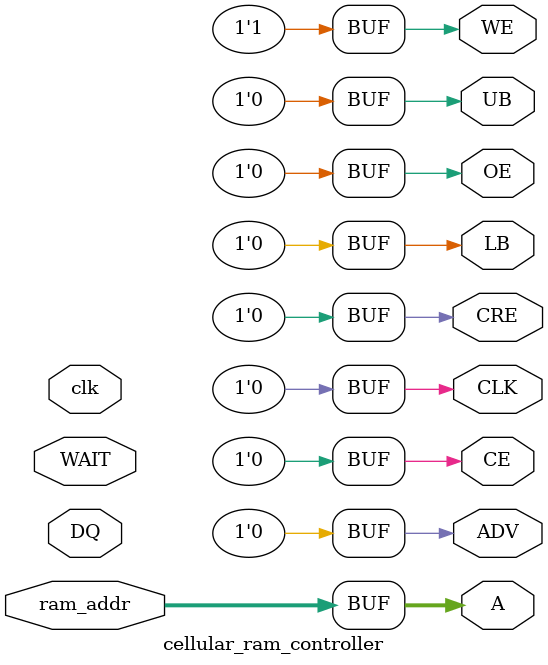
<source format=v>
`timescale 1ns / 1ps
module cellular_ram_controller (clk, OE, WE, ADV, CLK, CE, CRE, UB, LB, A,
									WAIT, DQ, ram_addr);
//asynchronous read 
input WAIT, clk; 
input [15:0] DQ;
input [25:0] ram_addr;
output OE, WE, ADV, CLK, CE, CRE, UB, LB;
output [25:0] A;


assign A = ram_addr;//for testing

assign OE=0; // asynchronous reading
assign WE=1;
assign ADV=0;
assign CLK=0;
assign CE=0;
assign CRE=0;
assign UB=0;
assign LB=0;
				


endmodule

</source>
